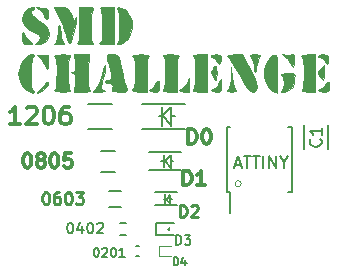
<source format=gto>
G04 #@! TF.FileFunction,Legend,Top*
%FSLAX46Y46*%
G04 Gerber Fmt 4.6, Leading zero omitted, Abs format (unit mm)*
G04 Created by KiCad (PCBNEW 4.0.7) date 09/05/18 20:36:06*
%MOMM*%
%LPD*%
G01*
G04 APERTURE LIST*
%ADD10C,0.100000*%
%ADD11C,0.150000*%
%ADD12C,0.200000*%
%ADD13C,0.250000*%
%ADD14C,0.300000*%
%ADD15C,0.010000*%
%ADD16C,0.175000*%
%ADD17C,0.312500*%
G04 APERTURE END LIST*
D10*
D11*
X202202143Y-103214714D02*
X202274715Y-103214714D01*
X202347286Y-103251000D01*
X202383572Y-103287286D01*
X202419858Y-103359857D01*
X202456143Y-103505000D01*
X202456143Y-103686429D01*
X202419858Y-103831571D01*
X202383572Y-103904143D01*
X202347286Y-103940429D01*
X202274715Y-103976714D01*
X202202143Y-103976714D01*
X202129572Y-103940429D01*
X202093286Y-103904143D01*
X202057001Y-103831571D01*
X202020715Y-103686429D01*
X202020715Y-103505000D01*
X202057001Y-103359857D01*
X202093286Y-103287286D01*
X202129572Y-103251000D01*
X202202143Y-103214714D01*
X202746429Y-103287286D02*
X202782715Y-103251000D01*
X202855286Y-103214714D01*
X203036715Y-103214714D01*
X203109286Y-103251000D01*
X203145572Y-103287286D01*
X203181857Y-103359857D01*
X203181857Y-103432429D01*
X203145572Y-103541286D01*
X202710143Y-103976714D01*
X203181857Y-103976714D01*
X203653571Y-103214714D02*
X203726143Y-103214714D01*
X203798714Y-103251000D01*
X203835000Y-103287286D01*
X203871286Y-103359857D01*
X203907571Y-103505000D01*
X203907571Y-103686429D01*
X203871286Y-103831571D01*
X203835000Y-103904143D01*
X203798714Y-103940429D01*
X203726143Y-103976714D01*
X203653571Y-103976714D01*
X203581000Y-103940429D01*
X203544714Y-103904143D01*
X203508429Y-103831571D01*
X203472143Y-103686429D01*
X203472143Y-103505000D01*
X203508429Y-103359857D01*
X203544714Y-103287286D01*
X203581000Y-103251000D01*
X203653571Y-103214714D01*
X204633285Y-103976714D02*
X204197857Y-103976714D01*
X204415571Y-103976714D02*
X204415571Y-103214714D01*
X204343000Y-103323571D01*
X204270428Y-103396143D01*
X204197857Y-103432429D01*
D12*
X199982666Y-101113167D02*
X200067333Y-101113167D01*
X200151999Y-101155500D01*
X200194333Y-101197833D01*
X200236666Y-101282500D01*
X200278999Y-101451833D01*
X200278999Y-101663500D01*
X200236666Y-101832833D01*
X200194333Y-101917500D01*
X200151999Y-101959833D01*
X200067333Y-102002167D01*
X199982666Y-102002167D01*
X199897999Y-101959833D01*
X199855666Y-101917500D01*
X199813333Y-101832833D01*
X199770999Y-101663500D01*
X199770999Y-101451833D01*
X199813333Y-101282500D01*
X199855666Y-101197833D01*
X199897999Y-101155500D01*
X199982666Y-101113167D01*
X201041000Y-101409500D02*
X201041000Y-102002167D01*
X200829333Y-101070833D02*
X200617666Y-101705833D01*
X201168000Y-101705833D01*
X201676000Y-101113167D02*
X201760667Y-101113167D01*
X201845333Y-101155500D01*
X201887667Y-101197833D01*
X201930000Y-101282500D01*
X201972333Y-101451833D01*
X201972333Y-101663500D01*
X201930000Y-101832833D01*
X201887667Y-101917500D01*
X201845333Y-101959833D01*
X201760667Y-102002167D01*
X201676000Y-102002167D01*
X201591333Y-101959833D01*
X201549000Y-101917500D01*
X201506667Y-101832833D01*
X201464333Y-101663500D01*
X201464333Y-101451833D01*
X201506667Y-101282500D01*
X201549000Y-101197833D01*
X201591333Y-101155500D01*
X201676000Y-101113167D01*
X202311000Y-101197833D02*
X202353334Y-101155500D01*
X202438000Y-101113167D01*
X202649667Y-101113167D01*
X202734334Y-101155500D01*
X202776667Y-101197833D01*
X202819000Y-101282500D01*
X202819000Y-101367167D01*
X202776667Y-101494167D01*
X202268667Y-102002167D01*
X202819000Y-102002167D01*
D13*
X197913809Y-98512381D02*
X198009048Y-98512381D01*
X198104286Y-98560000D01*
X198151905Y-98607619D01*
X198199524Y-98702857D01*
X198247143Y-98893333D01*
X198247143Y-99131429D01*
X198199524Y-99321905D01*
X198151905Y-99417143D01*
X198104286Y-99464762D01*
X198009048Y-99512381D01*
X197913809Y-99512381D01*
X197818571Y-99464762D01*
X197770952Y-99417143D01*
X197723333Y-99321905D01*
X197675714Y-99131429D01*
X197675714Y-98893333D01*
X197723333Y-98702857D01*
X197770952Y-98607619D01*
X197818571Y-98560000D01*
X197913809Y-98512381D01*
X199104286Y-98512381D02*
X198913809Y-98512381D01*
X198818571Y-98560000D01*
X198770952Y-98607619D01*
X198675714Y-98750476D01*
X198628095Y-98940952D01*
X198628095Y-99321905D01*
X198675714Y-99417143D01*
X198723333Y-99464762D01*
X198818571Y-99512381D01*
X199009048Y-99512381D01*
X199104286Y-99464762D01*
X199151905Y-99417143D01*
X199199524Y-99321905D01*
X199199524Y-99083810D01*
X199151905Y-98988571D01*
X199104286Y-98940952D01*
X199009048Y-98893333D01*
X198818571Y-98893333D01*
X198723333Y-98940952D01*
X198675714Y-98988571D01*
X198628095Y-99083810D01*
X199818571Y-98512381D02*
X199913810Y-98512381D01*
X200009048Y-98560000D01*
X200056667Y-98607619D01*
X200104286Y-98702857D01*
X200151905Y-98893333D01*
X200151905Y-99131429D01*
X200104286Y-99321905D01*
X200056667Y-99417143D01*
X200009048Y-99464762D01*
X199913810Y-99512381D01*
X199818571Y-99512381D01*
X199723333Y-99464762D01*
X199675714Y-99417143D01*
X199628095Y-99321905D01*
X199580476Y-99131429D01*
X199580476Y-98893333D01*
X199628095Y-98702857D01*
X199675714Y-98607619D01*
X199723333Y-98560000D01*
X199818571Y-98512381D01*
X200485238Y-98512381D02*
X201104286Y-98512381D01*
X200770952Y-98893333D01*
X200913810Y-98893333D01*
X201009048Y-98940952D01*
X201056667Y-98988571D01*
X201104286Y-99083810D01*
X201104286Y-99321905D01*
X201056667Y-99417143D01*
X201009048Y-99464762D01*
X200913810Y-99512381D01*
X200628095Y-99512381D01*
X200532857Y-99464762D01*
X200485238Y-99417143D01*
D14*
X196348572Y-95227857D02*
X196462857Y-95227857D01*
X196577143Y-95285000D01*
X196634286Y-95342143D01*
X196691429Y-95456429D01*
X196748572Y-95685000D01*
X196748572Y-95970714D01*
X196691429Y-96199286D01*
X196634286Y-96313571D01*
X196577143Y-96370714D01*
X196462857Y-96427857D01*
X196348572Y-96427857D01*
X196234286Y-96370714D01*
X196177143Y-96313571D01*
X196120000Y-96199286D01*
X196062857Y-95970714D01*
X196062857Y-95685000D01*
X196120000Y-95456429D01*
X196177143Y-95342143D01*
X196234286Y-95285000D01*
X196348572Y-95227857D01*
X197434286Y-95742143D02*
X197320000Y-95685000D01*
X197262857Y-95627857D01*
X197205714Y-95513571D01*
X197205714Y-95456429D01*
X197262857Y-95342143D01*
X197320000Y-95285000D01*
X197434286Y-95227857D01*
X197662857Y-95227857D01*
X197777143Y-95285000D01*
X197834286Y-95342143D01*
X197891429Y-95456429D01*
X197891429Y-95513571D01*
X197834286Y-95627857D01*
X197777143Y-95685000D01*
X197662857Y-95742143D01*
X197434286Y-95742143D01*
X197320000Y-95799286D01*
X197262857Y-95856429D01*
X197205714Y-95970714D01*
X197205714Y-96199286D01*
X197262857Y-96313571D01*
X197320000Y-96370714D01*
X197434286Y-96427857D01*
X197662857Y-96427857D01*
X197777143Y-96370714D01*
X197834286Y-96313571D01*
X197891429Y-96199286D01*
X197891429Y-95970714D01*
X197834286Y-95856429D01*
X197777143Y-95799286D01*
X197662857Y-95742143D01*
X198634286Y-95227857D02*
X198748571Y-95227857D01*
X198862857Y-95285000D01*
X198920000Y-95342143D01*
X198977143Y-95456429D01*
X199034286Y-95685000D01*
X199034286Y-95970714D01*
X198977143Y-96199286D01*
X198920000Y-96313571D01*
X198862857Y-96370714D01*
X198748571Y-96427857D01*
X198634286Y-96427857D01*
X198520000Y-96370714D01*
X198462857Y-96313571D01*
X198405714Y-96199286D01*
X198348571Y-95970714D01*
X198348571Y-95685000D01*
X198405714Y-95456429D01*
X198462857Y-95342143D01*
X198520000Y-95285000D01*
X198634286Y-95227857D01*
X200120000Y-95227857D02*
X199548571Y-95227857D01*
X199491428Y-95799286D01*
X199548571Y-95742143D01*
X199662857Y-95685000D01*
X199948571Y-95685000D01*
X200062857Y-95742143D01*
X200120000Y-95799286D01*
X200177143Y-95913571D01*
X200177143Y-96199286D01*
X200120000Y-96313571D01*
X200062857Y-96370714D01*
X199948571Y-96427857D01*
X199662857Y-96427857D01*
X199548571Y-96370714D01*
X199491428Y-96313571D01*
X195770715Y-92753571D02*
X194913572Y-92753571D01*
X195342144Y-92753571D02*
X195342144Y-91253571D01*
X195199287Y-91467857D01*
X195056429Y-91610714D01*
X194913572Y-91682143D01*
X196342143Y-91396429D02*
X196413572Y-91325000D01*
X196556429Y-91253571D01*
X196913572Y-91253571D01*
X197056429Y-91325000D01*
X197127858Y-91396429D01*
X197199286Y-91539286D01*
X197199286Y-91682143D01*
X197127858Y-91896429D01*
X196270715Y-92753571D01*
X197199286Y-92753571D01*
X198127857Y-91253571D02*
X198270714Y-91253571D01*
X198413571Y-91325000D01*
X198485000Y-91396429D01*
X198556429Y-91539286D01*
X198627857Y-91825000D01*
X198627857Y-92182143D01*
X198556429Y-92467857D01*
X198485000Y-92610714D01*
X198413571Y-92682143D01*
X198270714Y-92753571D01*
X198127857Y-92753571D01*
X197985000Y-92682143D01*
X197913571Y-92610714D01*
X197842143Y-92467857D01*
X197770714Y-92182143D01*
X197770714Y-91825000D01*
X197842143Y-91539286D01*
X197913571Y-91396429D01*
X197985000Y-91325000D01*
X198127857Y-91253571D01*
X199913571Y-91253571D02*
X199627857Y-91253571D01*
X199485000Y-91325000D01*
X199413571Y-91396429D01*
X199270714Y-91610714D01*
X199199285Y-91896429D01*
X199199285Y-92467857D01*
X199270714Y-92610714D01*
X199342142Y-92682143D01*
X199485000Y-92753571D01*
X199770714Y-92753571D01*
X199913571Y-92682143D01*
X199985000Y-92610714D01*
X200056428Y-92467857D01*
X200056428Y-92110714D01*
X199985000Y-91967857D01*
X199913571Y-91896429D01*
X199770714Y-91825000D01*
X199485000Y-91825000D01*
X199342142Y-91896429D01*
X199270714Y-91967857D01*
X199199285Y-92110714D01*
D10*
X208580000Y-103905000D02*
X207580000Y-103905000D01*
X207580000Y-103905000D02*
X207580000Y-103105000D01*
X207580000Y-103105000D02*
X208580000Y-103105000D01*
D11*
X208780000Y-102100000D02*
X207280000Y-102100000D01*
X207280000Y-102100000D02*
X207280000Y-101100000D01*
X207280000Y-101100000D02*
X208780000Y-101100000D01*
D10*
X208380000Y-101750000D02*
X208380000Y-101450000D01*
X208180000Y-101600000D02*
X208380000Y-101750000D01*
X208180000Y-101600000D02*
X208380000Y-101450000D01*
D11*
X207780000Y-92775000D02*
X207780000Y-92875000D01*
X207780000Y-91375000D02*
X207780000Y-91275000D01*
X208580000Y-92075000D02*
X208880000Y-92075000D01*
X208580000Y-92875000D02*
X208580000Y-91375000D01*
X208580000Y-91375000D02*
X208580000Y-91275000D01*
X208480000Y-92775000D02*
X208580000Y-92875000D01*
X208480000Y-91375000D02*
X208580000Y-91275000D01*
X207580000Y-92075000D02*
X207780000Y-92075000D01*
X207780000Y-92575000D02*
X207780000Y-92775000D01*
X207780000Y-91575000D02*
X207780000Y-91375000D01*
X207880000Y-92075000D02*
X208480000Y-92775000D01*
X208480000Y-91375000D02*
X207880000Y-91975000D01*
X206130000Y-93125000D02*
X209730000Y-93125000D01*
X206130000Y-91025000D02*
X209730000Y-91025000D01*
X207780000Y-91575000D02*
X207780000Y-92575000D01*
X219828000Y-92853000D02*
X219828000Y-94853000D01*
X221878000Y-94853000D02*
X221878000Y-92853000D01*
X208580000Y-95885000D02*
X208730000Y-95885000D01*
X207730000Y-95885000D02*
X208080000Y-95885000D01*
X208030000Y-95885000D02*
X208580000Y-95335000D01*
X208580000Y-95335000D02*
X208580000Y-96435000D01*
X208580000Y-96435000D02*
X208030000Y-95885000D01*
X207930000Y-95535000D02*
X207930000Y-95385000D01*
X207930000Y-96235000D02*
X207930000Y-96385000D01*
X206680000Y-96635000D02*
X209380000Y-96635000D01*
X206680000Y-95135000D02*
X209380000Y-95135000D01*
X207930000Y-95535000D02*
X207930000Y-96235000D01*
X208480000Y-99060000D02*
X208630000Y-99060000D01*
X207930000Y-99060000D02*
X208130000Y-99060000D01*
X208180000Y-99060000D02*
X208480000Y-98710000D01*
X208480000Y-98710000D02*
X208480000Y-99410000D01*
X208480000Y-99410000D02*
X208080000Y-99060000D01*
X208080000Y-99060000D02*
X208130000Y-99060000D01*
X208080000Y-98660000D02*
X208080000Y-99410000D01*
X207180000Y-99610000D02*
X209080000Y-99610000D01*
X207180000Y-98510000D02*
X209080000Y-98510000D01*
D10*
X214503000Y-97790000D02*
G75*
G03X214503000Y-97790000I-254000J0D01*
G01*
D11*
X213272000Y-98508000D02*
X213572000Y-98508000D01*
X213272000Y-93008000D02*
X213572000Y-93008000D01*
X218782000Y-93008000D02*
X218482000Y-93008000D01*
X218782000Y-98508000D02*
X218482000Y-98508000D01*
X213272000Y-98508000D02*
X213272000Y-93008000D01*
X218782000Y-98508000D02*
X218782000Y-93008000D01*
X213572000Y-98508000D02*
X213572000Y-100258000D01*
X201565000Y-91000000D02*
X203565000Y-91000000D01*
X203565000Y-93150000D02*
X201565000Y-93150000D01*
X202600000Y-95010000D02*
X203800000Y-95010000D01*
X203800000Y-96760000D02*
X202600000Y-96760000D01*
X203335000Y-98385000D02*
X204335000Y-98385000D01*
X204335000Y-99735000D02*
X203335000Y-99735000D01*
X204220000Y-102125000D02*
X204720000Y-102125000D01*
X204720000Y-101075000D02*
X204220000Y-101075000D01*
X205625000Y-103945000D02*
X205855000Y-103945000D01*
X205855000Y-103065000D02*
X205625000Y-103065000D01*
D15*
G36*
X196928890Y-86874862D02*
X196908794Y-87022017D01*
X196827321Y-87120488D01*
X196768227Y-87294574D01*
X196725966Y-87640191D01*
X196700855Y-88094594D01*
X196693212Y-88595035D01*
X196703354Y-89078770D01*
X196731600Y-89483051D01*
X196778268Y-89745132D01*
X196813714Y-89807143D01*
X196922011Y-89946587D01*
X196910144Y-90080566D01*
X196843952Y-90107741D01*
X196678248Y-90056073D01*
X196462517Y-89956550D01*
X196017078Y-89601574D01*
X195738362Y-89107604D01*
X195639533Y-88522562D01*
X195733752Y-87894369D01*
X195827376Y-87644148D01*
X196075171Y-87212295D01*
X196377666Y-86956906D01*
X196475913Y-86909846D01*
X196772158Y-86830016D01*
X196928890Y-86874862D01*
X196928890Y-86874862D01*
G37*
X196928890Y-86874862D02*
X196908794Y-87022017D01*
X196827321Y-87120488D01*
X196768227Y-87294574D01*
X196725966Y-87640191D01*
X196700855Y-88094594D01*
X196693212Y-88595035D01*
X196703354Y-89078770D01*
X196731600Y-89483051D01*
X196778268Y-89745132D01*
X196813714Y-89807143D01*
X196922011Y-89946587D01*
X196910144Y-90080566D01*
X196843952Y-90107741D01*
X196678248Y-90056073D01*
X196462517Y-89956550D01*
X196017078Y-89601574D01*
X195738362Y-89107604D01*
X195639533Y-88522562D01*
X195733752Y-87894369D01*
X195827376Y-87644148D01*
X196075171Y-87212295D01*
X196377666Y-86956906D01*
X196475913Y-86909846D01*
X196772158Y-86830016D01*
X196928890Y-86874862D01*
G36*
X198142969Y-89215315D02*
X198104891Y-89400960D01*
X197928914Y-89646958D01*
X197772053Y-89796391D01*
X197446096Y-90035073D01*
X197241317Y-90106909D01*
X197177336Y-90018809D01*
X197272396Y-89904045D01*
X197503899Y-89743160D01*
X197540193Y-89722054D01*
X197785745Y-89532439D01*
X197901045Y-89345166D01*
X197902286Y-89328959D01*
X197965881Y-89164421D01*
X198023238Y-89141905D01*
X198142969Y-89215315D01*
X198142969Y-89215315D01*
G37*
X198142969Y-89215315D02*
X198104891Y-89400960D01*
X197928914Y-89646958D01*
X197772053Y-89796391D01*
X197446096Y-90035073D01*
X197241317Y-90106909D01*
X197177336Y-90018809D01*
X197272396Y-89904045D01*
X197503899Y-89743160D01*
X197540193Y-89722054D01*
X197785745Y-89532439D01*
X197901045Y-89345166D01*
X197902286Y-89328959D01*
X197965881Y-89164421D01*
X198023238Y-89141905D01*
X198142969Y-89215315D01*
G36*
X217456303Y-86930350D02*
X217517191Y-87146002D01*
X217546926Y-87539373D01*
X217556446Y-88136674D01*
X217557048Y-88476834D01*
X217557048Y-90101919D01*
X217462016Y-90056481D01*
X217315143Y-89994132D01*
X216894626Y-89700002D01*
X216602947Y-89256743D01*
X216447058Y-88724182D01*
X216433913Y-88162146D01*
X216570463Y-87630460D01*
X216863663Y-87188952D01*
X216977353Y-87087606D01*
X217197321Y-86927362D01*
X217353326Y-86866206D01*
X217456303Y-86930350D01*
X217456303Y-86930350D01*
G37*
X217456303Y-86930350D02*
X217517191Y-87146002D01*
X217546926Y-87539373D01*
X217556446Y-88136674D01*
X217557048Y-88476834D01*
X217557048Y-90101919D01*
X217462016Y-90056481D01*
X217315143Y-89994132D01*
X216894626Y-89700002D01*
X216602947Y-89256743D01*
X216447058Y-88724182D01*
X216433913Y-88162146D01*
X216570463Y-87630460D01*
X216863663Y-87188952D01*
X216977353Y-87087606D01*
X217197321Y-86927362D01*
X217353326Y-86866206D01*
X217456303Y-86930350D01*
G36*
X218840081Y-88428194D02*
X219009318Y-88475332D01*
X219032334Y-88574299D01*
X219021417Y-88607511D01*
X218970121Y-88858743D01*
X218948019Y-89200090D01*
X218948000Y-89209485D01*
X218880482Y-89574466D01*
X218675857Y-89791760D01*
X218345031Y-89965866D01*
X218060076Y-90057906D01*
X217885356Y-90051160D01*
X217859429Y-90003860D01*
X217947742Y-89831854D01*
X217980381Y-89807143D01*
X218053869Y-89650477D01*
X218096780Y-89343803D01*
X218101333Y-89195243D01*
X218077010Y-88873128D01*
X218015555Y-88681399D01*
X217980381Y-88658095D01*
X217862943Y-88566053D01*
X217859429Y-88537143D01*
X217968341Y-88468766D01*
X218247375Y-88424916D01*
X218477131Y-88416190D01*
X218840081Y-88428194D01*
X218840081Y-88428194D01*
G37*
X218840081Y-88428194D02*
X219009318Y-88475332D01*
X219032334Y-88574299D01*
X219021417Y-88607511D01*
X218970121Y-88858743D01*
X218948019Y-89200090D01*
X218948000Y-89209485D01*
X218880482Y-89574466D01*
X218675857Y-89791760D01*
X218345031Y-89965866D01*
X218060076Y-90057906D01*
X217885356Y-90051160D01*
X217859429Y-90003860D01*
X217947742Y-89831854D01*
X217980381Y-89807143D01*
X218053869Y-89650477D01*
X218096780Y-89343803D01*
X218101333Y-89195243D01*
X218077010Y-88873128D01*
X218015555Y-88681399D01*
X217980381Y-88658095D01*
X217862943Y-88566053D01*
X217859429Y-88537143D01*
X217968341Y-88468766D01*
X218247375Y-88424916D01*
X218477131Y-88416190D01*
X218840081Y-88428194D01*
G36*
X199786404Y-86853776D02*
X199986054Y-86888864D01*
X200009289Y-86956858D01*
X199982667Y-86988952D01*
X199913642Y-87178372D01*
X199865865Y-87544478D01*
X199839336Y-88022986D01*
X199834055Y-88549614D01*
X199850022Y-89060078D01*
X199887236Y-89490094D01*
X199945699Y-89775379D01*
X199982667Y-89843428D01*
X200011236Y-89923516D01*
X199875645Y-89968962D01*
X199543613Y-89987215D01*
X199353714Y-89988571D01*
X198936241Y-89978912D01*
X198727808Y-89944967D01*
X198696137Y-89879289D01*
X198724762Y-89843428D01*
X198785406Y-89672866D01*
X198830619Y-89336303D01*
X198859892Y-88891861D01*
X198872715Y-88397662D01*
X198868579Y-87911827D01*
X198846972Y-87492477D01*
X198807386Y-87197733D01*
X198749311Y-87085718D01*
X198748952Y-87085714D01*
X198631515Y-86993672D01*
X198628000Y-86964762D01*
X198738552Y-86900832D01*
X199029056Y-86857316D01*
X199377905Y-86843809D01*
X199786404Y-86853776D01*
X199786404Y-86853776D01*
G37*
X199786404Y-86853776D02*
X199986054Y-86888864D01*
X200009289Y-86956858D01*
X199982667Y-86988952D01*
X199913642Y-87178372D01*
X199865865Y-87544478D01*
X199839336Y-88022986D01*
X199834055Y-88549614D01*
X199850022Y-89060078D01*
X199887236Y-89490094D01*
X199945699Y-89775379D01*
X199982667Y-89843428D01*
X200011236Y-89923516D01*
X199875645Y-89968962D01*
X199543613Y-89987215D01*
X199353714Y-89988571D01*
X198936241Y-89978912D01*
X198727808Y-89944967D01*
X198696137Y-89879289D01*
X198724762Y-89843428D01*
X198785406Y-89672866D01*
X198830619Y-89336303D01*
X198859892Y-88891861D01*
X198872715Y-88397662D01*
X198868579Y-87911827D01*
X198846972Y-87492477D01*
X198807386Y-87197733D01*
X198749311Y-87085718D01*
X198748952Y-87085714D01*
X198631515Y-86993672D01*
X198628000Y-86964762D01*
X198738552Y-86900832D01*
X199029056Y-86857316D01*
X199377905Y-86843809D01*
X199786404Y-86853776D01*
G36*
X201550560Y-88239755D02*
X201541395Y-88955986D01*
X201563365Y-89450062D01*
X201617670Y-89739871D01*
X201656085Y-89812294D01*
X201705774Y-89910493D01*
X201620819Y-89964117D01*
X201360601Y-89985732D01*
X201086363Y-89988571D01*
X200370345Y-89988571D01*
X200419677Y-89213823D01*
X200438199Y-88786991D01*
X200417225Y-88542938D01*
X200344606Y-88424090D01*
X200243981Y-88381187D01*
X200084119Y-88333931D01*
X200159562Y-88314964D01*
X200245156Y-88309269D01*
X200369470Y-88274616D01*
X200429300Y-88153250D01*
X200437813Y-87889115D01*
X200418867Y-87569524D01*
X200366374Y-86843809D01*
X200978853Y-86843651D01*
X201591333Y-86843493D01*
X201550560Y-88239755D01*
X201550560Y-88239755D01*
G37*
X201550560Y-88239755D02*
X201541395Y-88955986D01*
X201563365Y-89450062D01*
X201617670Y-89739871D01*
X201656085Y-89812294D01*
X201705774Y-89910493D01*
X201620819Y-89964117D01*
X201360601Y-89985732D01*
X201086363Y-89988571D01*
X200370345Y-89988571D01*
X200419677Y-89213823D01*
X200438199Y-88786991D01*
X200417225Y-88542938D01*
X200344606Y-88424090D01*
X200243981Y-88381187D01*
X200084119Y-88333931D01*
X200159562Y-88314964D01*
X200245156Y-88309269D01*
X200369470Y-88274616D01*
X200429300Y-88153250D01*
X200437813Y-87889115D01*
X200418867Y-87569524D01*
X200366374Y-86843809D01*
X200978853Y-86843651D01*
X201591333Y-86843493D01*
X201550560Y-88239755D01*
G36*
X203000740Y-87783257D02*
X203012378Y-87934369D01*
X202963962Y-88253252D01*
X202865754Y-88676216D01*
X202843592Y-88758446D01*
X202722939Y-89210166D01*
X202667520Y-89487617D01*
X202676095Y-89649119D01*
X202747421Y-89752995D01*
X202821157Y-89812933D01*
X202932637Y-89915848D01*
X202885376Y-89966101D01*
X202644013Y-89983068D01*
X202507631Y-89984725D01*
X201972499Y-89988571D01*
X202221554Y-89716429D01*
X202374840Y-89464701D01*
X202541539Y-89061204D01*
X202686668Y-88591180D01*
X202692228Y-88569448D01*
X202808188Y-88164013D01*
X202914295Y-87883649D01*
X202990767Y-87778765D01*
X203000740Y-87783257D01*
X203000740Y-87783257D01*
G37*
X203000740Y-87783257D02*
X203012378Y-87934369D01*
X202963962Y-88253252D01*
X202865754Y-88676216D01*
X202843592Y-88758446D01*
X202722939Y-89210166D01*
X202667520Y-89487617D01*
X202676095Y-89649119D01*
X202747421Y-89752995D01*
X202821157Y-89812933D01*
X202932637Y-89915848D01*
X202885376Y-89966101D01*
X202644013Y-89983068D01*
X202507631Y-89984725D01*
X201972499Y-89988571D01*
X202221554Y-89716429D01*
X202374840Y-89464701D01*
X202541539Y-89061204D01*
X202686668Y-88591180D01*
X202692228Y-88569448D01*
X202808188Y-88164013D01*
X202914295Y-87883649D01*
X202990767Y-87778765D01*
X203000740Y-87783257D01*
G36*
X203582386Y-86843809D02*
X203778963Y-86845040D01*
X203923976Y-86871781D01*
X204034963Y-86958608D01*
X204129464Y-87140095D01*
X204225018Y-87450817D01*
X204339164Y-87925350D01*
X204489443Y-88598268D01*
X204502747Y-88658095D01*
X204614629Y-89124812D01*
X204723266Y-89517742D01*
X204807270Y-89760320D01*
X204815310Y-89776905D01*
X204852398Y-89892962D01*
X204779211Y-89956772D01*
X204550161Y-89983551D01*
X204181255Y-89988571D01*
X203778764Y-89981402D01*
X203577268Y-89951701D01*
X203536074Y-89887173D01*
X203585769Y-89808683D01*
X203683634Y-89555054D01*
X203576832Y-89350772D01*
X203301941Y-89262995D01*
X203288463Y-89262857D01*
X203059346Y-89221922D01*
X202982286Y-89141905D01*
X203083589Y-89043633D01*
X203224191Y-89020952D01*
X203378354Y-88978495D01*
X203450487Y-88827992D01*
X203442176Y-88534748D01*
X203355005Y-88064071D01*
X203282248Y-87750952D01*
X203173041Y-87292934D01*
X203130613Y-87022348D01*
X203171221Y-86890056D01*
X203311124Y-86846918D01*
X203566579Y-86843797D01*
X203582386Y-86843809D01*
X203582386Y-86843809D01*
G37*
X203582386Y-86843809D02*
X203778963Y-86845040D01*
X203923976Y-86871781D01*
X204034963Y-86958608D01*
X204129464Y-87140095D01*
X204225018Y-87450817D01*
X204339164Y-87925350D01*
X204489443Y-88598268D01*
X204502747Y-88658095D01*
X204614629Y-89124812D01*
X204723266Y-89517742D01*
X204807270Y-89760320D01*
X204815310Y-89776905D01*
X204852398Y-89892962D01*
X204779211Y-89956772D01*
X204550161Y-89983551D01*
X204181255Y-89988571D01*
X203778764Y-89981402D01*
X203577268Y-89951701D01*
X203536074Y-89887173D01*
X203585769Y-89808683D01*
X203683634Y-89555054D01*
X203576832Y-89350772D01*
X203301941Y-89262995D01*
X203288463Y-89262857D01*
X203059346Y-89221922D01*
X202982286Y-89141905D01*
X203083589Y-89043633D01*
X203224191Y-89020952D01*
X203378354Y-88978495D01*
X203450487Y-88827992D01*
X203442176Y-88534748D01*
X203355005Y-88064071D01*
X203282248Y-87750952D01*
X203173041Y-87292934D01*
X203130613Y-87022348D01*
X203171221Y-86890056D01*
X203311124Y-86846918D01*
X203566579Y-86843797D01*
X203582386Y-86843809D01*
G36*
X206392652Y-86862171D02*
X206654724Y-86910139D01*
X206731810Y-86964762D01*
X206639768Y-87082199D01*
X206610857Y-87085714D01*
X206557764Y-87201920D01*
X206518482Y-87532095D01*
X206495316Y-88048580D01*
X206489905Y-88537143D01*
X206489905Y-89988571D01*
X205885143Y-89988571D01*
X205540144Y-89968097D01*
X205321178Y-89915748D01*
X205280381Y-89874757D01*
X205368301Y-89710947D01*
X205401333Y-89686190D01*
X205453550Y-89539450D01*
X205494177Y-89204690D01*
X205518091Y-88735709D01*
X205522286Y-88416190D01*
X205510702Y-87893029D01*
X205479367Y-87472189D01*
X205433405Y-87207467D01*
X205401333Y-87146190D01*
X205273908Y-87010649D01*
X205374057Y-86911456D01*
X205689335Y-86854836D01*
X206006095Y-86843809D01*
X206392652Y-86862171D01*
X206392652Y-86862171D01*
G37*
X206392652Y-86862171D02*
X206654724Y-86910139D01*
X206731810Y-86964762D01*
X206639768Y-87082199D01*
X206610857Y-87085714D01*
X206557764Y-87201920D01*
X206518482Y-87532095D01*
X206495316Y-88048580D01*
X206489905Y-88537143D01*
X206489905Y-89988571D01*
X205885143Y-89988571D01*
X205540144Y-89968097D01*
X205321178Y-89915748D01*
X205280381Y-89874757D01*
X205368301Y-89710947D01*
X205401333Y-89686190D01*
X205453550Y-89539450D01*
X205494177Y-89204690D01*
X205518091Y-88735709D01*
X205522286Y-88416190D01*
X205510702Y-87893029D01*
X205479367Y-87472189D01*
X205433405Y-87207467D01*
X205401333Y-87146190D01*
X205273908Y-87010649D01*
X205374057Y-86911456D01*
X205689335Y-86854836D01*
X206006095Y-86843809D01*
X206392652Y-86862171D01*
G36*
X207567216Y-89268574D02*
X207578476Y-89504762D01*
X207565660Y-89814528D01*
X207486529Y-89952190D01*
X207280058Y-89987489D01*
X207155143Y-89988571D01*
X206875287Y-89961432D01*
X206735449Y-89894702D01*
X206731810Y-89880560D01*
X206828110Y-89748481D01*
X206914285Y-89702525D01*
X207098227Y-89546344D01*
X207236080Y-89326728D01*
X207389061Y-89073921D01*
X207502630Y-89056194D01*
X207567216Y-89268574D01*
X207567216Y-89268574D01*
G37*
X207567216Y-89268574D02*
X207578476Y-89504762D01*
X207565660Y-89814528D01*
X207486529Y-89952190D01*
X207280058Y-89987489D01*
X207155143Y-89988571D01*
X206875287Y-89961432D01*
X206735449Y-89894702D01*
X206731810Y-89880560D01*
X206828110Y-89748481D01*
X206914285Y-89702525D01*
X207098227Y-89546344D01*
X207236080Y-89326728D01*
X207389061Y-89073921D01*
X207502630Y-89056194D01*
X207567216Y-89268574D01*
G36*
X208918271Y-86861640D02*
X209188071Y-86908496D01*
X209271810Y-86964762D01*
X209179768Y-87082199D01*
X209150857Y-87085714D01*
X209097764Y-87201920D01*
X209058482Y-87532095D01*
X209035316Y-88048580D01*
X209029905Y-88537143D01*
X209029905Y-89988571D01*
X208400952Y-89988571D01*
X208039840Y-89976734D01*
X207886730Y-89934614D01*
X207908577Y-89852297D01*
X207917143Y-89843428D01*
X207986168Y-89654009D01*
X208033944Y-89287903D01*
X208060473Y-88809395D01*
X208065754Y-88282767D01*
X208049788Y-87772303D01*
X208012573Y-87342287D01*
X207954111Y-87057002D01*
X207917143Y-86988952D01*
X207887642Y-86907959D01*
X208023497Y-86862526D01*
X208357141Y-86844869D01*
X208521905Y-86843809D01*
X208918271Y-86861640D01*
X208918271Y-86861640D01*
G37*
X208918271Y-86861640D02*
X209188071Y-86908496D01*
X209271810Y-86964762D01*
X209179768Y-87082199D01*
X209150857Y-87085714D01*
X209097764Y-87201920D01*
X209058482Y-87532095D01*
X209035316Y-88048580D01*
X209029905Y-88537143D01*
X209029905Y-89988571D01*
X208400952Y-89988571D01*
X208039840Y-89976734D01*
X207886730Y-89934614D01*
X207908577Y-89852297D01*
X207917143Y-89843428D01*
X207986168Y-89654009D01*
X208033944Y-89287903D01*
X208060473Y-88809395D01*
X208065754Y-88282767D01*
X208049788Y-87772303D01*
X208012573Y-87342287D01*
X207954111Y-87057002D01*
X207917143Y-86988952D01*
X207887642Y-86907959D01*
X208023497Y-86862526D01*
X208357141Y-86844869D01*
X208521905Y-86843809D01*
X208918271Y-86861640D01*
G36*
X210110741Y-89414048D02*
X210118476Y-89988571D01*
X209695143Y-89988571D01*
X209415303Y-89960233D01*
X209275455Y-89890552D01*
X209271810Y-89875770D01*
X209370944Y-89750273D01*
X209492431Y-89692945D01*
X209692506Y-89542649D01*
X209888758Y-89268296D01*
X209908029Y-89231223D01*
X210103005Y-88839524D01*
X210110741Y-89414048D01*
X210110741Y-89414048D01*
G37*
X210110741Y-89414048D02*
X210118476Y-89988571D01*
X209695143Y-89988571D01*
X209415303Y-89960233D01*
X209275455Y-89890552D01*
X209271810Y-89875770D01*
X209370944Y-89750273D01*
X209492431Y-89692945D01*
X209692506Y-89542649D01*
X209888758Y-89268296D01*
X209908029Y-89231223D01*
X210103005Y-88839524D01*
X210110741Y-89414048D01*
G36*
X211569905Y-89988571D02*
X210940952Y-89988571D01*
X210579840Y-89976734D01*
X210426730Y-89934614D01*
X210448577Y-89852297D01*
X210457143Y-89843428D01*
X210526168Y-89654009D01*
X210573944Y-89287903D01*
X210600473Y-88809395D01*
X210605754Y-88282767D01*
X210589788Y-87772303D01*
X210552573Y-87342287D01*
X210494111Y-87057002D01*
X210457143Y-86988952D01*
X210422372Y-86902887D01*
X210559841Y-86857834D01*
X210902593Y-86843879D01*
X210940952Y-86843809D01*
X211569905Y-86843809D01*
X211569905Y-89988571D01*
X211569905Y-89988571D01*
G37*
X211569905Y-89988571D02*
X210940952Y-89988571D01*
X210579840Y-89976734D01*
X210426730Y-89934614D01*
X210448577Y-89852297D01*
X210457143Y-89843428D01*
X210526168Y-89654009D01*
X210573944Y-89287903D01*
X210600473Y-88809395D01*
X210605754Y-88282767D01*
X210589788Y-87772303D01*
X210552573Y-87342287D01*
X210494111Y-87057002D01*
X210457143Y-86988952D01*
X210422372Y-86902887D01*
X210559841Y-86857834D01*
X210902593Y-86843879D01*
X210940952Y-86843809D01*
X211569905Y-86843809D01*
X211569905Y-89988571D01*
G36*
X212778976Y-89474524D02*
X212768548Y-89796779D01*
X212699363Y-89944867D01*
X212515713Y-89986507D01*
X212356095Y-89988571D01*
X212076285Y-89958192D01*
X211936418Y-89883492D01*
X211932762Y-89867619D01*
X212030852Y-89760603D01*
X212115968Y-89746667D01*
X212293335Y-89651367D01*
X212498506Y-89415935D01*
X212538850Y-89353571D01*
X212778524Y-88960476D01*
X212778976Y-89474524D01*
X212778976Y-89474524D01*
G37*
X212778976Y-89474524D02*
X212768548Y-89796779D01*
X212699363Y-89944867D01*
X212515713Y-89986507D01*
X212356095Y-89988571D01*
X212076285Y-89958192D01*
X211936418Y-89883492D01*
X211932762Y-89867619D01*
X212030852Y-89760603D01*
X212115968Y-89746667D01*
X212293335Y-89651367D01*
X212498506Y-89415935D01*
X212538850Y-89353571D01*
X212778524Y-88960476D01*
X212778976Y-89474524D01*
G36*
X213736367Y-88730773D02*
X213794546Y-89188343D01*
X213879146Y-89567497D01*
X213972021Y-89787269D01*
X213973524Y-89789106D01*
X214056233Y-89919363D01*
X213982067Y-89975949D01*
X213709488Y-89988561D01*
X213694523Y-89988571D01*
X213408498Y-89979767D01*
X213322963Y-89924456D01*
X213396521Y-89779292D01*
X213437808Y-89719754D01*
X213561079Y-89403754D01*
X213633330Y-88909677D01*
X213645652Y-88661421D01*
X213665210Y-87871905D01*
X213736367Y-88730773D01*
X213736367Y-88730773D01*
G37*
X213736367Y-88730773D02*
X213794546Y-89188343D01*
X213879146Y-89567497D01*
X213972021Y-89787269D01*
X213973524Y-89789106D01*
X214056233Y-89919363D01*
X213982067Y-89975949D01*
X213709488Y-89988561D01*
X213694523Y-89988571D01*
X213408498Y-89979767D01*
X213322963Y-89924456D01*
X213396521Y-89779292D01*
X213437808Y-89719754D01*
X213561079Y-89403754D01*
X213633330Y-88909677D01*
X213645652Y-88661421D01*
X213665210Y-87871905D01*
X213736367Y-88730773D01*
G36*
X215169501Y-87928034D02*
X215491258Y-88507110D01*
X215689799Y-88943232D01*
X215785862Y-89287854D01*
X215803238Y-89500415D01*
X215788465Y-89812706D01*
X215712997Y-89951599D01*
X215530108Y-89985200D01*
X215470619Y-89985223D01*
X215325221Y-89964103D01*
X215186347Y-89882196D01*
X215027991Y-89706928D01*
X214824144Y-89405725D01*
X214548800Y-88946015D01*
X214311759Y-88533794D01*
X214003999Y-88007786D01*
X213731622Y-87567109D01*
X213519422Y-87250063D01*
X213392190Y-87094947D01*
X213374378Y-87085714D01*
X213266402Y-86993382D01*
X213263238Y-86964762D01*
X213372331Y-86897245D01*
X213652605Y-86853341D01*
X213899501Y-86843809D01*
X214535764Y-86843809D01*
X215169501Y-87928034D01*
X215169501Y-87928034D01*
G37*
X215169501Y-87928034D02*
X215491258Y-88507110D01*
X215689799Y-88943232D01*
X215785862Y-89287854D01*
X215803238Y-89500415D01*
X215788465Y-89812706D01*
X215712997Y-89951599D01*
X215530108Y-89985200D01*
X215470619Y-89985223D01*
X215325221Y-89964103D01*
X215186347Y-89882196D01*
X215027991Y-89706928D01*
X214824144Y-89405725D01*
X214548800Y-88946015D01*
X214311759Y-88533794D01*
X214003999Y-88007786D01*
X213731622Y-87567109D01*
X213519422Y-87250063D01*
X213392190Y-87094947D01*
X213374378Y-87085714D01*
X213266402Y-86993382D01*
X213263238Y-86964762D01*
X213372331Y-86897245D01*
X213652605Y-86853341D01*
X213899501Y-86843809D01*
X214535764Y-86843809D01*
X215169501Y-87928034D01*
G36*
X220762286Y-89988571D02*
X220133333Y-89988571D01*
X219772221Y-89976734D01*
X219619111Y-89934614D01*
X219640958Y-89852297D01*
X219649524Y-89843428D01*
X219710168Y-89672866D01*
X219755381Y-89336303D01*
X219784654Y-88891861D01*
X219797477Y-88397662D01*
X219793341Y-87911827D01*
X219771734Y-87492477D01*
X219732148Y-87197733D01*
X219674073Y-87085718D01*
X219673714Y-87085714D01*
X219556277Y-86993672D01*
X219552762Y-86964762D01*
X219661543Y-86895765D01*
X219939679Y-86851972D01*
X220157524Y-86843809D01*
X220762286Y-86843809D01*
X220762286Y-89988571D01*
X220762286Y-89988571D01*
G37*
X220762286Y-89988571D02*
X220133333Y-89988571D01*
X219772221Y-89976734D01*
X219619111Y-89934614D01*
X219640958Y-89852297D01*
X219649524Y-89843428D01*
X219710168Y-89672866D01*
X219755381Y-89336303D01*
X219784654Y-88891861D01*
X219797477Y-88397662D01*
X219793341Y-87911827D01*
X219771734Y-87492477D01*
X219732148Y-87197733D01*
X219674073Y-87085718D01*
X219673714Y-87085714D01*
X219556277Y-86993672D01*
X219552762Y-86964762D01*
X219661543Y-86895765D01*
X219939679Y-86851972D01*
X220157524Y-86843809D01*
X220762286Y-86843809D01*
X220762286Y-89988571D01*
G36*
X221967244Y-89380492D02*
X221971810Y-89565238D01*
X221957163Y-89836283D01*
X221866727Y-89956737D01*
X221630761Y-89987625D01*
X221488000Y-89988571D01*
X221185037Y-89961746D01*
X221016527Y-89894732D01*
X221004191Y-89867619D01*
X221101516Y-89758861D01*
X221176840Y-89746667D01*
X221367446Y-89658723D01*
X221585232Y-89446961D01*
X221587343Y-89444286D01*
X221802490Y-89203790D01*
X221920577Y-89179836D01*
X221967244Y-89380492D01*
X221967244Y-89380492D01*
G37*
X221967244Y-89380492D02*
X221971810Y-89565238D01*
X221957163Y-89836283D01*
X221866727Y-89956737D01*
X221630761Y-89987625D01*
X221488000Y-89988571D01*
X221185037Y-89961746D01*
X221016527Y-89894732D01*
X221004191Y-89867619D01*
X221101516Y-89758861D01*
X221176840Y-89746667D01*
X221367446Y-89658723D01*
X221585232Y-89446961D01*
X221587343Y-89444286D01*
X221802490Y-89203790D01*
X221920577Y-89179836D01*
X221967244Y-89380492D01*
G36*
X212350084Y-87860367D02*
X212405256Y-88095157D01*
X212416571Y-88416190D01*
X212394621Y-88824430D01*
X212328288Y-88995273D01*
X212216845Y-88929252D01*
X212076882Y-88666635D01*
X211982638Y-88372141D01*
X212028768Y-88146057D01*
X212076451Y-88061873D01*
X212242780Y-87851665D01*
X212350084Y-87860367D01*
X212350084Y-87860367D01*
G37*
X212350084Y-87860367D02*
X212405256Y-88095157D01*
X212416571Y-88416190D01*
X212394621Y-88824430D01*
X212328288Y-88995273D01*
X212216845Y-88929252D01*
X212076882Y-88666635D01*
X211982638Y-88372141D01*
X212028768Y-88146057D01*
X212076451Y-88061873D01*
X212242780Y-87851665D01*
X212350084Y-87860367D01*
G36*
X221488000Y-88393383D02*
X221479906Y-88745887D01*
X221459138Y-88973565D01*
X221441435Y-89020952D01*
X221349761Y-88931643D01*
X221199530Y-88722827D01*
X221045415Y-88464485D01*
X221033793Y-88295772D01*
X221172080Y-88105637D01*
X221246095Y-88025469D01*
X221488000Y-87765815D01*
X221488000Y-88393383D01*
X221488000Y-88393383D01*
G37*
X221488000Y-88393383D02*
X221479906Y-88745887D01*
X221459138Y-88973565D01*
X221441435Y-89020952D01*
X221349761Y-88931643D01*
X221199530Y-88722827D01*
X221045415Y-88464485D01*
X221033793Y-88295772D01*
X221172080Y-88105637D01*
X221246095Y-88025469D01*
X221488000Y-87765815D01*
X221488000Y-88393383D01*
G36*
X215998440Y-86851502D02*
X216113354Y-86892058D01*
X216067602Y-86991692D01*
X216011239Y-87056352D01*
X215888222Y-87301472D01*
X215800224Y-87674579D01*
X215780826Y-87853778D01*
X215742804Y-88170853D01*
X215687313Y-88340388D01*
X215652048Y-88346791D01*
X215594244Y-88176461D01*
X215563085Y-87867001D01*
X215561333Y-87770556D01*
X215507830Y-87371421D01*
X215371133Y-87076527D01*
X215361159Y-87065000D01*
X215253807Y-86927763D01*
X215289650Y-86863569D01*
X215508788Y-86844797D01*
X215682286Y-86843809D01*
X215998440Y-86851502D01*
X215998440Y-86851502D01*
G37*
X215998440Y-86851502D02*
X216113354Y-86892058D01*
X216067602Y-86991692D01*
X216011239Y-87056352D01*
X215888222Y-87301472D01*
X215800224Y-87674579D01*
X215780826Y-87853778D01*
X215742804Y-88170853D01*
X215687313Y-88340388D01*
X215652048Y-88346791D01*
X215594244Y-88176461D01*
X215563085Y-87867001D01*
X215561333Y-87770556D01*
X215507830Y-87371421D01*
X215371133Y-87076527D01*
X215361159Y-87065000D01*
X215253807Y-86927763D01*
X215289650Y-86863569D01*
X215508788Y-86844797D01*
X215682286Y-86843809D01*
X215998440Y-86851502D01*
G36*
X197630143Y-86875379D02*
X198144191Y-86895213D01*
X198144191Y-87474273D01*
X198133432Y-87810851D01*
X198106042Y-88019704D01*
X198086820Y-88053333D01*
X198000720Y-87956766D01*
X197861836Y-87718613D01*
X197831858Y-87660238D01*
X197621606Y-87329275D01*
X197384583Y-87068963D01*
X197375180Y-87061344D01*
X197226951Y-86933345D01*
X197237220Y-86877205D01*
X197438994Y-86868848D01*
X197630143Y-86875379D01*
X197630143Y-86875379D01*
G37*
X197630143Y-86875379D02*
X198144191Y-86895213D01*
X198144191Y-87474273D01*
X198133432Y-87810851D01*
X198106042Y-88019704D01*
X198086820Y-88053333D01*
X198000720Y-87956766D01*
X197861836Y-87718613D01*
X197831858Y-87660238D01*
X197621606Y-87329275D01*
X197384583Y-87068963D01*
X197375180Y-87061344D01*
X197226951Y-86933345D01*
X197237220Y-86877205D01*
X197438994Y-86868848D01*
X197630143Y-86875379D01*
G36*
X218935985Y-86950531D02*
X218948000Y-87303428D01*
X218938049Y-87656365D01*
X218912512Y-87884567D01*
X218890630Y-87932381D01*
X218802205Y-87836858D01*
X218663693Y-87604150D01*
X218649416Y-87576866D01*
X218430557Y-87255619D01*
X218192738Y-87019155D01*
X217919905Y-86816959D01*
X218295361Y-86884309D01*
X218609666Y-86891242D01*
X218809409Y-86813067D01*
X218892524Y-86789770D01*
X218935985Y-86950531D01*
X218935985Y-86950531D01*
G37*
X218935985Y-86950531D02*
X218948000Y-87303428D01*
X218938049Y-87656365D01*
X218912512Y-87884567D01*
X218890630Y-87932381D01*
X218802205Y-87836858D01*
X218663693Y-87604150D01*
X218649416Y-87576866D01*
X218430557Y-87255619D01*
X218192738Y-87019155D01*
X217919905Y-86816959D01*
X218295361Y-86884309D01*
X218609666Y-86891242D01*
X218809409Y-86813067D01*
X218892524Y-86789770D01*
X218935985Y-86950531D01*
G36*
X212639827Y-86862533D02*
X212756187Y-86968170D01*
X212779376Y-87234921D01*
X212779429Y-87267143D01*
X212741314Y-87570558D01*
X212648875Y-87685262D01*
X212534971Y-87590734D01*
X212479011Y-87454758D01*
X212308155Y-87222571D01*
X212168480Y-87144227D01*
X211958926Y-87032047D01*
X211969106Y-86924517D01*
X212178500Y-86854494D01*
X212356095Y-86843809D01*
X212639827Y-86862533D01*
X212639827Y-86862533D01*
G37*
X212639827Y-86862533D02*
X212756187Y-86968170D01*
X212779376Y-87234921D01*
X212779429Y-87267143D01*
X212741314Y-87570558D01*
X212648875Y-87685262D01*
X212534971Y-87590734D01*
X212479011Y-87454758D01*
X212308155Y-87222571D01*
X212168480Y-87144227D01*
X211958926Y-87032047D01*
X211969106Y-86924517D01*
X212178500Y-86854494D01*
X212356095Y-86843809D01*
X212639827Y-86862533D01*
G36*
X221711255Y-86862533D02*
X221827616Y-86968170D01*
X221850805Y-87234921D01*
X221850857Y-87267143D01*
X221838467Y-87581242D01*
X221782871Y-87665416D01*
X221656432Y-87531140D01*
X221559599Y-87388095D01*
X221362157Y-87170531D01*
X221182831Y-87085714D01*
X221023669Y-87019518D01*
X221004191Y-86964762D01*
X221110517Y-86884816D01*
X221371967Y-86844854D01*
X221427524Y-86843809D01*
X221711255Y-86862533D01*
X221711255Y-86862533D01*
G37*
X221711255Y-86862533D02*
X221827616Y-86968170D01*
X221850805Y-87234921D01*
X221850857Y-87267143D01*
X221838467Y-87581242D01*
X221782871Y-87665416D01*
X221656432Y-87531140D01*
X221559599Y-87388095D01*
X221362157Y-87170531D01*
X221182831Y-87085714D01*
X221023669Y-87019518D01*
X221004191Y-86964762D01*
X221110517Y-86884816D01*
X221371967Y-86844854D01*
X221427524Y-86843809D01*
X221711255Y-86862533D01*
G36*
X196094519Y-85034622D02*
X196125351Y-85082890D01*
X196315091Y-85342371D01*
X196541571Y-85602435D01*
X196728110Y-85809380D01*
X196813196Y-85926993D01*
X196813714Y-85930193D01*
X196707317Y-85955611D01*
X196445715Y-85962400D01*
X196390381Y-85961200D01*
X196131465Y-85942315D01*
X196009081Y-85860555D01*
X195973743Y-85649036D01*
X195974161Y-85398648D01*
X195986154Y-85078400D01*
X196021141Y-84967778D01*
X196094519Y-85034622D01*
X196094519Y-85034622D01*
G37*
X196094519Y-85034622D02*
X196125351Y-85082890D01*
X196315091Y-85342371D01*
X196541571Y-85602435D01*
X196728110Y-85809380D01*
X196813196Y-85926993D01*
X196813714Y-85930193D01*
X196707317Y-85955611D01*
X196445715Y-85962400D01*
X196390381Y-85961200D01*
X196131465Y-85942315D01*
X196009081Y-85860555D01*
X195973743Y-85649036D01*
X195974161Y-85398648D01*
X195986154Y-85078400D01*
X196021141Y-84967778D01*
X196094519Y-85034622D01*
G36*
X196924629Y-82857658D02*
X196934667Y-82916653D01*
X196868144Y-83075162D01*
X196813714Y-83094286D01*
X196714394Y-83195245D01*
X196692762Y-83328514D01*
X196802372Y-83543723D01*
X197137055Y-83795349D01*
X197326689Y-83903037D01*
X197849638Y-84265060D01*
X198156266Y-84666540D01*
X198235409Y-85090954D01*
X198214077Y-85216522D01*
X198025042Y-85585894D01*
X197708357Y-85869802D01*
X197347493Y-85995982D01*
X197312386Y-85997143D01*
X197010005Y-85997143D01*
X197275874Y-85749448D01*
X197449867Y-85477993D01*
X197390888Y-85222936D01*
X197107857Y-85003064D01*
X196877010Y-84909502D01*
X196436233Y-84670498D01*
X196130110Y-84320957D01*
X195978255Y-83915492D01*
X196000279Y-83508714D01*
X196215792Y-83155233D01*
X196239190Y-83133393D01*
X196554579Y-82895525D01*
X196796834Y-82799321D01*
X196924629Y-82857658D01*
X196924629Y-82857658D01*
G37*
X196924629Y-82857658D02*
X196934667Y-82916653D01*
X196868144Y-83075162D01*
X196813714Y-83094286D01*
X196714394Y-83195245D01*
X196692762Y-83328514D01*
X196802372Y-83543723D01*
X197137055Y-83795349D01*
X197326689Y-83903037D01*
X197849638Y-84265060D01*
X198156266Y-84666540D01*
X198235409Y-85090954D01*
X198214077Y-85216522D01*
X198025042Y-85585894D01*
X197708357Y-85869802D01*
X197347493Y-85995982D01*
X197312386Y-85997143D01*
X197010005Y-85997143D01*
X197275874Y-85749448D01*
X197449867Y-85477993D01*
X197390888Y-85222936D01*
X197107857Y-85003064D01*
X196877010Y-84909502D01*
X196436233Y-84670498D01*
X196130110Y-84320957D01*
X195978255Y-83915492D01*
X196000279Y-83508714D01*
X196215792Y-83155233D01*
X196239190Y-83133393D01*
X196554579Y-82895525D01*
X196796834Y-82799321D01*
X196924629Y-82857658D01*
G36*
X199138458Y-84395007D02*
X199193191Y-84636345D01*
X199223415Y-85041417D01*
X199224261Y-85080476D01*
X199279873Y-85448493D01*
X199405739Y-85741619D01*
X199432937Y-85775952D01*
X199540288Y-85913189D01*
X199504445Y-85977383D01*
X199285307Y-85996155D01*
X199111810Y-85997143D01*
X198794838Y-85989995D01*
X198679617Y-85950137D01*
X198726046Y-85849947D01*
X198790682Y-85775952D01*
X198933633Y-85476542D01*
X198996043Y-84972625D01*
X198999358Y-84838571D01*
X199024325Y-84477603D01*
X199076431Y-84335921D01*
X199138458Y-84395007D01*
X199138458Y-84395007D01*
G37*
X199138458Y-84395007D02*
X199193191Y-84636345D01*
X199223415Y-85041417D01*
X199224261Y-85080476D01*
X199279873Y-85448493D01*
X199405739Y-85741619D01*
X199432937Y-85775952D01*
X199540288Y-85913189D01*
X199504445Y-85977383D01*
X199285307Y-85996155D01*
X199111810Y-85997143D01*
X198794838Y-85989995D01*
X198679617Y-85950137D01*
X198726046Y-85849947D01*
X198790682Y-85775952D01*
X198933633Y-85476542D01*
X198996043Y-84972625D01*
X198999358Y-84838571D01*
X199024325Y-84477603D01*
X199076431Y-84335921D01*
X199138458Y-84395007D01*
G36*
X199533832Y-82854777D02*
X199733115Y-82890412D01*
X199875519Y-83001951D01*
X200003404Y-83232061D01*
X200159128Y-83623409D01*
X200255982Y-83880476D01*
X200332856Y-84053536D01*
X200394551Y-84002866D01*
X200446767Y-83880476D01*
X200523718Y-83714621D01*
X200549897Y-83770240D01*
X200554737Y-83867436D01*
X200525605Y-84092060D01*
X200442447Y-84458555D01*
X200326040Y-84894192D01*
X200197162Y-85326241D01*
X200076593Y-85681972D01*
X199985110Y-85888654D01*
X199972540Y-85905276D01*
X199904286Y-85835214D01*
X199784204Y-85576493D01*
X199630331Y-85172047D01*
X199489807Y-84756228D01*
X199301130Y-84206565D01*
X199109876Y-83711548D01*
X198942692Y-83337246D01*
X198856081Y-83185000D01*
X198620758Y-82852381D01*
X199235313Y-82852381D01*
X199533832Y-82854777D01*
X199533832Y-82854777D01*
G37*
X199533832Y-82854777D02*
X199733115Y-82890412D01*
X199875519Y-83001951D01*
X200003404Y-83232061D01*
X200159128Y-83623409D01*
X200255982Y-83880476D01*
X200332856Y-84053536D01*
X200394551Y-84002866D01*
X200446767Y-83880476D01*
X200523718Y-83714621D01*
X200549897Y-83770240D01*
X200554737Y-83867436D01*
X200525605Y-84092060D01*
X200442447Y-84458555D01*
X200326040Y-84894192D01*
X200197162Y-85326241D01*
X200076593Y-85681972D01*
X199985110Y-85888654D01*
X199972540Y-85905276D01*
X199904286Y-85835214D01*
X199784204Y-85576493D01*
X199630331Y-85172047D01*
X199489807Y-84756228D01*
X199301130Y-84206565D01*
X199109876Y-83711548D01*
X198942692Y-83337246D01*
X198856081Y-83185000D01*
X198620758Y-82852381D01*
X199235313Y-82852381D01*
X199533832Y-82854777D01*
G36*
X201795207Y-82864218D02*
X201948318Y-82906339D01*
X201926470Y-82988655D01*
X201917905Y-82997524D01*
X201848880Y-83186943D01*
X201801103Y-83553049D01*
X201774574Y-84031558D01*
X201769293Y-84558186D01*
X201785260Y-85068649D01*
X201822475Y-85498666D01*
X201880937Y-85783950D01*
X201917905Y-85852000D01*
X201947406Y-85932993D01*
X201811551Y-85978426D01*
X201477906Y-85996084D01*
X201313143Y-85997143D01*
X200916777Y-85979312D01*
X200646977Y-85932456D01*
X200563238Y-85876190D01*
X200655280Y-85758753D01*
X200684191Y-85755238D01*
X200737284Y-85639033D01*
X200776566Y-85308857D01*
X200799731Y-84792373D01*
X200805143Y-84303809D01*
X200805143Y-82852381D01*
X201434095Y-82852381D01*
X201795207Y-82864218D01*
X201795207Y-82864218D01*
G37*
X201795207Y-82864218D02*
X201948318Y-82906339D01*
X201926470Y-82988655D01*
X201917905Y-82997524D01*
X201848880Y-83186943D01*
X201801103Y-83553049D01*
X201774574Y-84031558D01*
X201769293Y-84558186D01*
X201785260Y-85068649D01*
X201822475Y-85498666D01*
X201880937Y-85783950D01*
X201917905Y-85852000D01*
X201947406Y-85932993D01*
X201811551Y-85978426D01*
X201477906Y-85996084D01*
X201313143Y-85997143D01*
X200916777Y-85979312D01*
X200646977Y-85932456D01*
X200563238Y-85876190D01*
X200655280Y-85758753D01*
X200684191Y-85755238D01*
X200737284Y-85639033D01*
X200776566Y-85308857D01*
X200799731Y-84792373D01*
X200805143Y-84303809D01*
X200805143Y-82852381D01*
X201434095Y-82852381D01*
X201795207Y-82864218D01*
G36*
X203708000Y-85997143D02*
X203103238Y-85997143D01*
X202758256Y-85975387D01*
X202539288Y-85919759D01*
X202498476Y-85876190D01*
X202590518Y-85758753D01*
X202619429Y-85755238D01*
X202677604Y-85644346D01*
X202717286Y-85350418D01*
X202738987Y-84931576D01*
X202743215Y-84445940D01*
X202730480Y-83951632D01*
X202701293Y-83506773D01*
X202656163Y-83169485D01*
X202595600Y-82997889D01*
X202595238Y-82997524D01*
X202560467Y-82911458D01*
X202697936Y-82866405D01*
X203040688Y-82852451D01*
X203079048Y-82852381D01*
X203708000Y-82852381D01*
X203708000Y-85997143D01*
X203708000Y-85997143D01*
G37*
X203708000Y-85997143D02*
X203103238Y-85997143D01*
X202758256Y-85975387D01*
X202539288Y-85919759D01*
X202498476Y-85876190D01*
X202590518Y-85758753D01*
X202619429Y-85755238D01*
X202677604Y-85644346D01*
X202717286Y-85350418D01*
X202738987Y-84931576D01*
X202743215Y-84445940D01*
X202730480Y-83951632D01*
X202701293Y-83506773D01*
X202656163Y-83169485D01*
X202595600Y-82997889D01*
X202595238Y-82997524D01*
X202560467Y-82911458D01*
X202697936Y-82866405D01*
X203040688Y-82852451D01*
X203079048Y-82852381D01*
X203708000Y-82852381D01*
X203708000Y-85997143D01*
G36*
X204263611Y-82872923D02*
X204548566Y-82987743D01*
X204711028Y-83096177D01*
X205045595Y-83502032D01*
X205223210Y-84025252D01*
X205242009Y-84597555D01*
X205100131Y-85150659D01*
X204795712Y-85616281D01*
X204780190Y-85632059D01*
X204495283Y-85857889D01*
X204221685Y-85982760D01*
X204019959Y-85988866D01*
X203949905Y-85876190D01*
X204041947Y-85758753D01*
X204070857Y-85755238D01*
X204125432Y-85639582D01*
X204165369Y-85313221D01*
X204187859Y-84807064D01*
X204191810Y-84424762D01*
X204181295Y-83824442D01*
X204151626Y-83385133D01*
X204105612Y-83137745D01*
X204070857Y-83094286D01*
X203953420Y-83002244D01*
X203949905Y-82973333D01*
X204040240Y-82864275D01*
X204263611Y-82872923D01*
X204263611Y-82872923D01*
G37*
X204263611Y-82872923D02*
X204548566Y-82987743D01*
X204711028Y-83096177D01*
X205045595Y-83502032D01*
X205223210Y-84025252D01*
X205242009Y-84597555D01*
X205100131Y-85150659D01*
X204795712Y-85616281D01*
X204780190Y-85632059D01*
X204495283Y-85857889D01*
X204221685Y-85982760D01*
X204019959Y-85988866D01*
X203949905Y-85876190D01*
X204041947Y-85758753D01*
X204070857Y-85755238D01*
X204125432Y-85639582D01*
X204165369Y-85313221D01*
X204187859Y-84807064D01*
X204191810Y-84424762D01*
X204181295Y-83824442D01*
X204151626Y-83385133D01*
X204105612Y-83137745D01*
X204070857Y-83094286D01*
X203953420Y-83002244D01*
X203949905Y-82973333D01*
X204040240Y-82864275D01*
X204263611Y-82872923D01*
G36*
X197644379Y-82872453D02*
X197960704Y-82896450D01*
X198103887Y-82979353D01*
X198142578Y-83187577D01*
X198144191Y-83356019D01*
X198109037Y-83677392D01*
X198022260Y-83812955D01*
X197911880Y-83741765D01*
X197842811Y-83581250D01*
X197695767Y-83338098D01*
X197455801Y-83097684D01*
X197144568Y-82852868D01*
X197644379Y-82872453D01*
X197644379Y-82872453D01*
G37*
X197644379Y-82872453D02*
X197960704Y-82896450D01*
X198103887Y-82979353D01*
X198142578Y-83187577D01*
X198144191Y-83356019D01*
X198109037Y-83677392D01*
X198022260Y-83812955D01*
X197911880Y-83741765D01*
X197842811Y-83581250D01*
X197695767Y-83338098D01*
X197455801Y-83097684D01*
X197144568Y-82852868D01*
X197644379Y-82872453D01*
D16*
X208779334Y-104710667D02*
X208779334Y-104010667D01*
X208946000Y-104010667D01*
X209046000Y-104044000D01*
X209112667Y-104110667D01*
X209146000Y-104177333D01*
X209179334Y-104310667D01*
X209179334Y-104410667D01*
X209146000Y-104544000D01*
X209112667Y-104610667D01*
X209046000Y-104677333D01*
X208946000Y-104710667D01*
X208779334Y-104710667D01*
X209779334Y-104244000D02*
X209779334Y-104710667D01*
X209612667Y-103977333D02*
X209446000Y-104477333D01*
X209879334Y-104477333D01*
D12*
X208989524Y-102961905D02*
X208989524Y-102161905D01*
X209180000Y-102161905D01*
X209294286Y-102200000D01*
X209370477Y-102276190D01*
X209408572Y-102352381D01*
X209446667Y-102504762D01*
X209446667Y-102619048D01*
X209408572Y-102771429D01*
X209370477Y-102847619D01*
X209294286Y-102923810D01*
X209180000Y-102961905D01*
X208989524Y-102961905D01*
X209713334Y-102161905D02*
X210208572Y-102161905D01*
X209941905Y-102466667D01*
X210056191Y-102466667D01*
X210132381Y-102504762D01*
X210170477Y-102542857D01*
X210208572Y-102619048D01*
X210208572Y-102809524D01*
X210170477Y-102885714D01*
X210132381Y-102923810D01*
X210056191Y-102961905D01*
X209827619Y-102961905D01*
X209751429Y-102923810D01*
X209713334Y-102885714D01*
D17*
X210024381Y-94418476D02*
X210024381Y-93168476D01*
X210322000Y-93168476D01*
X210500572Y-93228000D01*
X210619619Y-93347048D01*
X210679143Y-93466095D01*
X210738667Y-93704190D01*
X210738667Y-93882762D01*
X210679143Y-94120857D01*
X210619619Y-94239905D01*
X210500572Y-94358952D01*
X210322000Y-94418476D01*
X210024381Y-94418476D01*
X211512476Y-93168476D02*
X211631524Y-93168476D01*
X211750572Y-93228000D01*
X211810095Y-93287524D01*
X211869619Y-93406571D01*
X211929143Y-93644667D01*
X211929143Y-93942286D01*
X211869619Y-94180381D01*
X211810095Y-94299429D01*
X211750572Y-94358952D01*
X211631524Y-94418476D01*
X211512476Y-94418476D01*
X211393429Y-94358952D01*
X211333905Y-94299429D01*
X211274381Y-94180381D01*
X211214857Y-93942286D01*
X211214857Y-93644667D01*
X211274381Y-93406571D01*
X211333905Y-93287524D01*
X211393429Y-93228000D01*
X211512476Y-93168476D01*
D11*
X221210143Y-94019666D02*
X221257762Y-94067285D01*
X221305381Y-94210142D01*
X221305381Y-94305380D01*
X221257762Y-94448238D01*
X221162524Y-94543476D01*
X221067286Y-94591095D01*
X220876810Y-94638714D01*
X220733952Y-94638714D01*
X220543476Y-94591095D01*
X220448238Y-94543476D01*
X220353000Y-94448238D01*
X220305381Y-94305380D01*
X220305381Y-94210142D01*
X220353000Y-94067285D01*
X220400619Y-94019666D01*
X221305381Y-93067285D02*
X221305381Y-93638714D01*
X221305381Y-93353000D02*
X220305381Y-93353000D01*
X220448238Y-93448238D01*
X220543476Y-93543476D01*
X220591095Y-93638714D01*
D14*
X209616786Y-97888357D02*
X209616786Y-96688357D01*
X209902501Y-96688357D01*
X210073929Y-96745500D01*
X210188215Y-96859786D01*
X210245358Y-96974071D01*
X210302501Y-97202643D01*
X210302501Y-97374071D01*
X210245358Y-97602643D01*
X210188215Y-97716929D01*
X210073929Y-97831214D01*
X209902501Y-97888357D01*
X209616786Y-97888357D01*
X211445358Y-97888357D02*
X210759643Y-97888357D01*
X211102501Y-97888357D02*
X211102501Y-96688357D01*
X210988215Y-96859786D01*
X210873929Y-96974071D01*
X210759643Y-97031214D01*
D13*
X209319905Y-100591881D02*
X209319905Y-99591881D01*
X209558000Y-99591881D01*
X209700858Y-99639500D01*
X209796096Y-99734738D01*
X209843715Y-99829976D01*
X209891334Y-100020452D01*
X209891334Y-100163310D01*
X209843715Y-100353786D01*
X209796096Y-100449024D01*
X209700858Y-100544262D01*
X209558000Y-100591881D01*
X209319905Y-100591881D01*
X210272286Y-99687119D02*
X210319905Y-99639500D01*
X210415143Y-99591881D01*
X210653239Y-99591881D01*
X210748477Y-99639500D01*
X210796096Y-99687119D01*
X210843715Y-99782357D01*
X210843715Y-99877595D01*
X210796096Y-100020452D01*
X210224667Y-100591881D01*
X210843715Y-100591881D01*
D11*
X213963524Y-96178667D02*
X214439715Y-96178667D01*
X213868286Y-96464381D02*
X214201619Y-95464381D01*
X214534953Y-96464381D01*
X214725429Y-95464381D02*
X215296858Y-95464381D01*
X215011143Y-96464381D02*
X215011143Y-95464381D01*
X215487334Y-95464381D02*
X216058763Y-95464381D01*
X215773048Y-96464381D02*
X215773048Y-95464381D01*
X216392096Y-96464381D02*
X216392096Y-95464381D01*
X216868286Y-96464381D02*
X216868286Y-95464381D01*
X217439715Y-96464381D01*
X217439715Y-95464381D01*
X218106381Y-95988190D02*
X218106381Y-96464381D01*
X217773048Y-95464381D02*
X218106381Y-95988190D01*
X218439715Y-95464381D01*
M02*

</source>
